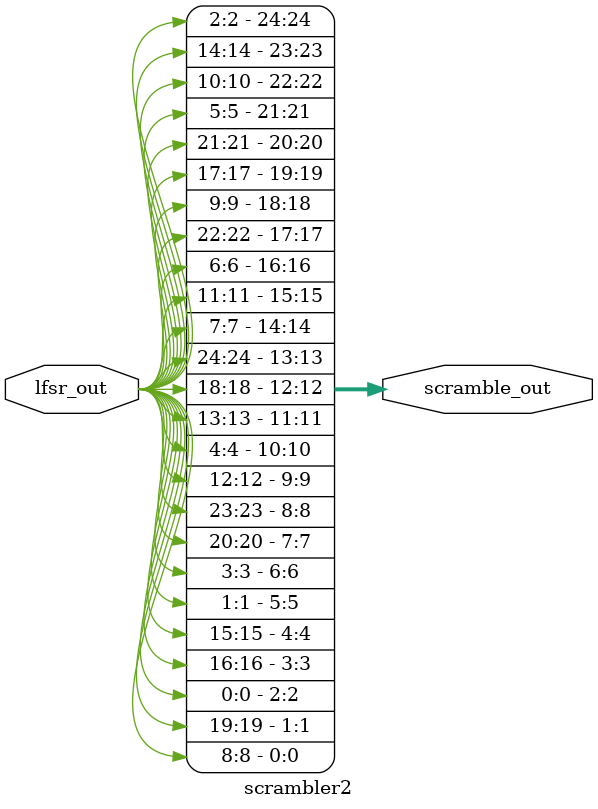
<source format=sv>
module scrambler2 (input logic signed [24:0] lfsr_out,
						 output logic signed [24:0] scramble_out);

	assign scramble_out[0] = lfsr_out[8];
	assign scramble_out[1] = lfsr_out[19];
	assign scramble_out[2] = lfsr_out[0];
	assign scramble_out[3] = lfsr_out[16];
	assign scramble_out[4] = lfsr_out[15];
	assign scramble_out[5] = lfsr_out[1];
	assign scramble_out[6] = lfsr_out[3];
	assign scramble_out[7] = lfsr_out[20];
	assign scramble_out[8] = lfsr_out[23];
	assign scramble_out[9] = lfsr_out[12];
	assign scramble_out[10] = lfsr_out[4];
	assign scramble_out[11] = lfsr_out[13];
	assign scramble_out[12] = lfsr_out[18];
	assign scramble_out[13] = lfsr_out[24];
	assign scramble_out[14] = lfsr_out[7];
	assign scramble_out[15] = lfsr_out[11];
	assign scramble_out[16] = lfsr_out[6];
	assign scramble_out[17] = lfsr_out[22];
	assign scramble_out[18] = lfsr_out[9];
	assign scramble_out[19] = lfsr_out[17];
	assign scramble_out[20] = lfsr_out[21];
	assign scramble_out[21] = lfsr_out[5];
	assign scramble_out[22] = lfsr_out[10];
	assign scramble_out[23] = lfsr_out[14];
	assign scramble_out[24] = lfsr_out[2];

endmodule

</source>
